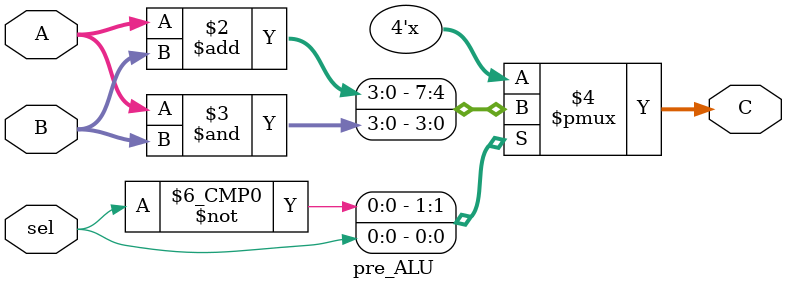
<source format=v>
`timescale 1ns/1ns
module pre_ALU(input [3:0]A, input [3:0]B, input sel, output reg[3:0]C);
//sel es selector
//2.Componentes internos NA

//3.Assing, bloques secuenciales
//initial, always - no assigns, solo reg

always@(*)
begin
    case (sel)
        1'b0: C = A + B;
        1'b1: C = A & B;
    endcase
end

endmodule
</source>
